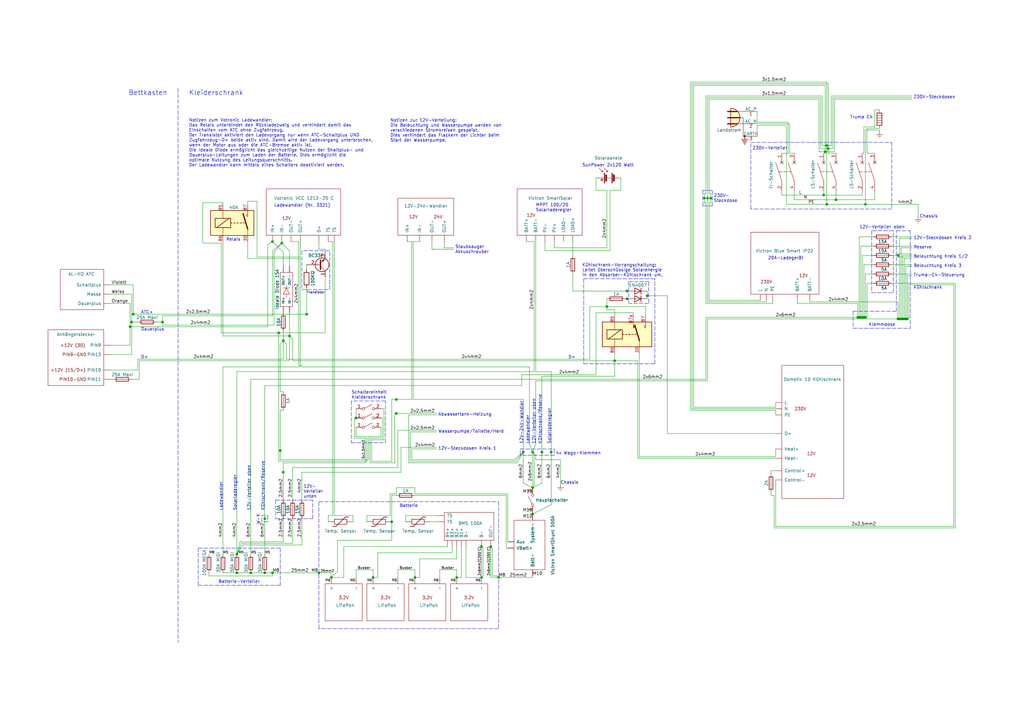
<source format=kicad_sch>
(kicad_sch (version 20211123) (generator eeschema)
  (paper "A3")
  (title_block (title "Autark-Schaltplan") (date "2022-11-25") (comment 1 "Fendt Bianco Activ 390 FHS Autark-Schaltplan"))
  (junction (at 371.475 130.81))
  (junction (at 162.56 163.83))
  (junction (at 125.73 128.905))
  (junction (at 53.975 132.08))
  (junction (at 353.06 130.175))
  (junction (at 369.57 130.81))
  (junction (at 290.195 81.28))
  (junction (at 265.43 121.285))
  (junction (at 160.655 213.995))
  (junction (at 53.34 133.985))
  (junction (at 339.09 59.69))
  (junction (at 370.205 130.81))
  (junction (at 54.61 128.905))
  (junction (at 372.11 130.81))
  (junction (at 352.425 130.175))
  (junction (at 197.485 236.855))
  (junction (at 197.485 224.155))
  (junction (at 108.585 234.95))
  (junction (at 339.09 83.82))
  (junction (at 368.3 104.775))
  (junction (at 204.47 236.855))
  (junction (at 116.205 193.675))
  (junction (at 218.44 185.42))
  (junction (at 153.035 236.855))
  (junction (at 252.095 147.955))
  (junction (at 248.92 125.73))
  (junction (at 97.155 227.33))
  (junction (at 368.935 130.81))
  (junction (at 111.76 234.95))
  (junction (at 222.25 185.42))
  (junction (at 342.9 81.915))
  (junction (at 288.925 81.28))
  (junction (at 337.82 80.01))
  (junction (at 111.76 99.06))
  (junction (at 291.465 81.28))
  (junction (at 130.81 234.95))
  (junction (at 353.695 130.175))
  (junction (at 370.84 130.81))
  (junction (at 218.44 210.82))
  (junction (at 339.725 60.96))
  (junction (at 351.79 130.175))
  (junction (at 338.455 62.23))
  (junction (at 187.325 236.855))
  (junction (at 214.63 185.42))
  (junction (at 97.155 234.95))
  (junction (at 135.89 236.855))
  (junction (at 116.205 139.7))
  (junction (at 66.675 132.08))
  (junction (at 368.3 130.81))
  (junction (at 114.3 136.525))
  (junction (at 354.965 83.82))
  (junction (at 201.295 224.155))
  (junction (at 146.05 171.45))
  (junction (at 257.175 122.555))
  (junction (at 108.585 212.725))
  (junction (at 226.06 185.42))
  (junction (at 170.18 236.855))
  (junction (at 257.175 119.38))
  (junction (at 354.33 130.175))
  (junction (at 218.44 200.025))
  (junction (at 118.745 137.795))
  (junction (at 162.56 169.545))
  (junction (at 354.965 130.175))
  (junction (at 115.57 99.695))
  (junction (at 114.935 184.785))
  (junction (at 102.87 234.95))
  (wire (pts (xy 219.71 152.4) (xy 219.71 99.06)))
  (wire (pts (xy 162.56 200.025) (xy 170.18 200.025)))
  (wire (pts (xy 160.02 211.455) (xy 160.02 202.565)))
  (polyline (pts (xy 288.29 84.455) (xy 292.1 84.455)))
  (wire (pts (xy 219.71 152.4) (xy 226.06 152.4)))
  (wire (pts (xy 222.885 185.42) (xy 222.25 185.42)))
  (wire (pts (xy 284.48 167.005) (xy 318.135 167.005)))
  (wire (pts (xy 353.695 80.01) (xy 353.695 78.105)))
  (wire (pts (xy 340.995 59.69) (xy 339.09 59.69)))
  (wire (pts (xy 318.135 165.1) (xy 318.135 167.005)))
  (polyline (pts (xy 130.81 205.74) (xy 204.47 205.74)))
  (wire (pts (xy 169.545 99.06) (xy 169.545 163.83)))
  (wire (pts (xy 154.94 236.855) (xy 153.035 236.855)))
  (polyline (pts (xy 307.975 85.725) (xy 307.975 58.42)))
  (wire (pts (xy 114.3 189.23) (xy 150.495 189.23)))
  (wire (pts (xy 123.825 193.675) (xy 164.465 193.675)))
  (polyline (pts (xy 213.36 184.15) (xy 227.33 184.15)))
  (wire (pts (xy 218.44 185.42) (xy 218.44 200.025)))
  (wire (pts (xy 353.06 100.965) (xy 353.06 130.175)))
  (wire (pts (xy 226.06 185.42) (xy 226.06 207.01)))
  (wire (pts (xy 355.6 62.865) (xy 358.775 62.865)))
  (wire (pts (xy 116.205 103.505) (xy 116.205 109.22)))
  (wire (pts (xy 358.14 116.205) (xy 355.6 116.205)))
  (wire (pts (xy 197.485 224.155) (xy 197.485 236.855)))
  (wire (pts (xy 372.745 116.84) (xy 391.16 116.84)))
  (wire (pts (xy 372.745 116.84) (xy 372.745 130.81)))
  (wire (pts (xy 53.975 120.65) (xy 53.975 132.08)))
  (wire (pts (xy 256.54 122.555) (xy 257.175 122.555)))
  (wire (pts (xy 101.6 106.045) (xy 123.19 106.045)))
  (wire (pts (xy 226.06 152.4) (xy 226.06 185.42)))
  (wire (pts (xy 368.3 104.775) (xy 368.3 104.14)))
  (wire (pts (xy 372.11 113.03) (xy 374.015 113.03)))
  (wire (pts (xy 355.6 52.705) (xy 355.6 62.865)))
  (wire (pts (xy 135.89 234.95) (xy 135.89 236.855)))
  (wire (pts (xy 288.925 79.375) (xy 288.925 81.28)))
  (wire (pts (xy 365.76 112.395) (xy 374.015 112.395)))
  (wire (pts (xy 177.165 99.06) (xy 177.165 102.235)))
  (wire (pts (xy 234.95 99.06) (xy 234.95 104.775)))
  (wire (pts (xy 146.05 233.68) (xy 153.035 233.68)))
  (wire (pts (xy 145.415 171.45) (xy 145.415 179.705)))
  (wire (pts (xy 353.06 130.175) (xy 353.695 130.175)))
  (wire (pts (xy 56.515 147.32) (xy 116.205 147.32)))
  (wire (pts (xy 340.995 39.37) (xy 340.995 59.69)))
  (wire (pts (xy 252.095 127) (xy 248.92 127)))
  (wire (pts (xy 284.48 34.925) (xy 338.455 34.925)))
  (wire (pts (xy 114.935 168.275) (xy 116.205 168.275)))
  (wire (pts (xy 354.965 53.34) (xy 360.68 53.34)))
  (wire (pts (xy 354.965 130.175) (xy 355.6 130.175)))
  (wire (pts (xy 102.87 234.95) (xy 108.585 234.95)))
  (polyline (pts (xy 239.395 149.225) (xy 268.605 149.225)))
  (wire (pts (xy 354.33 108.585) (xy 354.33 130.175)))
  (polyline (pts (xy 366.395 120.015) (xy 366.395 94.615)))
  (wire (pts (xy 160.655 203.2) (xy 160.655 213.995)))
  (wire (pts (xy 214.63 163.83) (xy 214.63 185.42)))
  (wire (pts (xy 218.44 210.82) (xy 218.44 210.185)))
  (polyline (pts (xy 109.855 213.995) (xy 107.315 213.995)))
  (wire (pts (xy 234.95 112.395) (xy 234.95 119.38)))
  (wire (pts (xy 91.44 99.06) (xy 91.44 137.795)))
  (polyline (pts (xy 158.115 164.465) (xy 144.145 164.465)))
  (wire (pts (xy 217.17 182.245) (xy 218.44 185.42)))
  (wire (pts (xy 149.86 179.705) (xy 149.86 189.865)))
  (wire (pts (xy 372.745 130.81) (xy 372.11 130.81)))
  (wire (pts (xy 156.845 179.705) (xy 151.765 179.705)))
  (polyline (pts (xy 123.825 118.745) (xy 135.255 118.745)))
  (wire (pts (xy 118.745 147.955) (xy 118.745 137.795)))
  (wire (pts (xy 183.515 224.155) (xy 140.97 224.155)))
  (wire (pts (xy 120.015 191.77) (xy 163.195 191.77)))
  (wire (pts (xy 198.12 224.79) (xy 198.12 236.22)))
  (wire (pts (xy 218.44 210.82) (xy 226.06 207.01)))
  (wire (pts (xy 370.205 130.81) (xy 370.84 130.81)))
  (wire (pts (xy 152.4 189.23) (xy 160.655 189.23)))
  (wire (pts (xy 318.135 215.9) (xy 391.16 215.9)))
  (wire (pts (xy 108.585 212.725) (xy 108.585 227.33)))
  (wire (pts (xy 218.44 185.42) (xy 219.71 182.245)))
  (wire (pts (xy 156.21 179.07) (xy 151.13 179.07)))
  (polyline (pts (xy 365.76 58.42) (xy 365.76 85.725)))
  (wire (pts (xy 201.295 236.855) (xy 201.295 224.155)))
  (wire (pts (xy 123.19 105.41) (xy 105.41 105.41)))
  (wire (pts (xy 290.83 79.375) (xy 291.465 79.375)))
  (wire (pts (xy 116.205 147.32) (xy 116.205 139.7)))
  (wire (pts (xy 290.83 123.19) (xy 290.83 83.185)))
  (polyline (pts (xy 227.33 186.69) (xy 213.36 186.69)))
  (wire (pts (xy 322.58 51.435) (xy 322.58 83.82)))
  (wire (pts (xy 185.42 224.155) (xy 185.42 226.695)))
  (wire (pts (xy 262.255 144.78) (xy 262.255 187.325)))
  (wire (pts (xy 322.58 51.435) (xy 310.515 51.435)))
  (wire (pts (xy 156.21 171.45) (xy 156.845 171.45)))
  (wire (pts (xy 391.16 116.84) (xy 391.16 215.9)))
  (wire (pts (xy 369.57 130.81) (xy 370.205 130.81)))
  (wire (pts (xy 54.61 128.905) (xy 125.73 128.905)))
  (polyline (pts (xy 81.28 240.03) (xy 114.935 240.03)))
  (wire (pts (xy 162.56 169.545) (xy 179.07 169.545)))
  (wire (pts (xy 116.205 189.865) (xy 149.86 189.865)))
  (polyline (pts (xy 107.315 213.995) (xy 107.315 211.455)))
  (wire (pts (xy 66.675 133.35) (xy 112.395 133.35)))
  (wire (pts (xy 219.075 99.06) (xy 219.075 152.4)))
  (wire (pts (xy 317.5 203.2) (xy 316.23 203.2)))
  (wire (pts (xy 374.015 106.045) (xy 370.84 106.045)))
  (wire (pts (xy 316.23 203.2) (xy 316.23 201.93)))
  (wire (pts (xy 241.935 125.73) (xy 248.92 125.73)))
  (wire (pts (xy 368.3 104.775) (xy 368.3 105.41)))
  (wire (pts (xy 351.79 124.46) (xy 351.79 130.175)))
  (wire (pts (xy 91.44 150.495) (xy 123.19 150.495)))
  (wire (pts (xy 153.035 233.68) (xy 153.035 236.855)))
  (wire (pts (xy 341.63 40.005) (xy 341.63 60.96)))
  (wire (pts (xy 45.085 145.415) (xy 53.975 145.415)))
  (wire (pts (xy 358.775 81.915) (xy 358.775 78.105)))
  (wire (pts (xy 169.545 163.83) (xy 214.63 163.83)))
  (wire (pts (xy 163.195 176.53) (xy 179.07 176.53)))
  (wire (pts (xy 217.17 150.495) (xy 217.17 182.245)))
  (wire (pts (xy 172.085 236.855) (xy 170.18 236.855)))
  (wire (pts (xy 146.05 171.45) (xy 145.415 171.45)))
  (wire (pts (xy 179.705 213.995) (xy 176.53 213.995)))
  (wire (pts (xy 160.655 189.23) (xy 160.655 163.83)))
  (wire (pts (xy 338.455 62.23) (xy 338.455 62.865)))
  (wire (pts (xy 57.15 147.955) (xy 118.745 147.955)))
  (wire (pts (xy 115.57 193.675) (xy 116.205 193.675)))
  (wire (pts (xy 187.325 224.155) (xy 187.325 229.235)))
  (wire (pts (xy 120.015 139.065) (xy 120.015 147.955)))
  (wire (pts (xy 219.075 198.755) (xy 219.075 186.69)))
  (polyline (pts (xy 73.025 36.195) (xy 73.025 263.525)))
  (wire (pts (xy 156.21 175.26) (xy 156.21 179.07)))
  (wire (pts (xy 391.795 116.205) (xy 391.795 216.535)))
  (polyline (pts (xy 204.47 205.74) (xy 204.47 257.81)))
  (wire (pts (xy 342.9 78.105) (xy 342.9 81.915)))
  (wire (pts (xy 323.215 62.865) (xy 320.675 62.865)))
  (wire (pts (xy 90.805 99.695) (xy 90.805 136.525)))
  (wire (pts (xy 163.195 236.855) (xy 163.195 233.68)))
  (wire (pts (xy 119.38 99.06) (xy 122.555 99.06)))
  (wire (pts (xy 248.92 78.105) (xy 244.475 78.105)))
  (wire (pts (xy 118.745 137.795) (xy 120.015 139.065)))
  (wire (pts (xy 150.495 211.455) (xy 160.02 211.455)))
  (wire (pts (xy 244.475 153.67) (xy 213.995 153.67)))
  (wire (pts (xy 164.465 183.515) (xy 179.07 183.515)))
  (wire (pts (xy 99.695 223.52) (xy 97.155 227.33)))
  (wire (pts (xy 219.71 156.21) (xy 219.71 182.245)))
  (wire (pts (xy 97.155 227.33) (xy 97.155 152.4)))
  (wire (pts (xy 355.6 116.205) (xy 355.6 130.175)))
  (wire (pts (xy 283.21 168.275) (xy 283.21 33.655)))
  (wire (pts (xy 189.23 224.155) (xy 189.23 236.855)))
  (wire (pts (xy 162.56 163.83) (xy 168.91 163.83)))
  (wire (pts (xy 244.475 128.27) (xy 244.475 153.67)))
  (wire (pts (xy 354.33 62.865) (xy 353.695 62.865)))
  (wire (pts (xy 170.18 202.565) (xy 208.28 202.565)))
  (wire (pts (xy 218.44 200.025) (xy 219.075 198.755)))
  (wire (pts (xy 170.18 233.68) (xy 170.18 236.855)))
  (wire (pts (xy 185.42 226.695) (xy 154.94 226.695)))
  (wire (pts (xy 248.92 125.73) (xy 264.795 125.73)))
  (wire (pts (xy 114.935 160.655) (xy 114.935 140.97)))
  (wire (pts (xy 66.675 133.35) (xy 66.675 132.08)))
  (wire (pts (xy 288.925 81.28) (xy 288.29 81.28)))
  (wire (pts (xy 241.935 147.32) (xy 241.935 125.73)))
  (wire (pts (xy 289.56 39.37) (xy 289.56 79.375)))
  (wire (pts (xy 288.925 81.28) (xy 288.925 83.185)))
  (wire (pts (xy 146.05 236.855) (xy 146.05 233.68)))
  (wire (pts (xy 151.765 189.865) (xy 161.925 189.865)))
  (wire (pts (xy 99.695 223.52) (xy 123.825 223.52)))
  (wire (pts (xy 338.455 34.925) (xy 338.455 62.23)))
  (wire (pts (xy 130.81 102.235) (xy 133.35 102.235)))
  (wire (pts (xy 290.83 83.185) (xy 291.465 83.185)))
  (polyline (pts (xy 373.38 94.615) (xy 373.38 134.62)))
  (wire (pts (xy 339.725 60.96) (xy 339.725 62.865)))
  (wire (pts (xy 283.845 167.64) (xy 283.845 34.29)))
  (wire (pts (xy 85.725 234.95) (xy 85.725 236.22)))
  (wire (pts (xy 289.56 39.37) (xy 337.185 39.37)))
  (polyline (pts (xy 128.27 212.725) (xy 128.27 205.105)))
  (wire (pts (xy 342.265 62.23) (xy 338.455 62.23)))
  (wire (pts (xy 191.135 224.155) (xy 191.135 236.855)))
  (wire (pts (xy 116.205 212.725) (xy 116.205 222.25)))
  (wire (pts (xy 289.56 79.375) (xy 288.925 79.375)))
  (wire (pts (xy 91.44 234.95) (xy 97.155 234.95)))
  (wire (pts (xy 169.545 99.06) (xy 172.085 99.06)))
  (polyline (pts (xy 135.255 102.87) (xy 123.825 102.87)))
  (wire (pts (xy 170.18 200.025) (xy 170.18 202.565)))
  (wire (pts (xy 219.075 186.69) (xy 218.44 185.42)))
  (wire (pts (xy 368.935 97.79) (xy 368.935 130.81)))
  (wire (pts (xy 125.73 128.905) (xy 125.73 118.11)))
  (wire (pts (xy 114.935 184.785) (xy 114.935 168.275)))
  (wire (pts (xy 323.85 50.8) (xy 310.515 50.8)))
  (wire (pts (xy 372.11 130.81) (xy 372.11 113.03)))
  (wire (pts (xy 290.195 123.825) (xy 314.325 123.825)))
  (wire (pts (xy 45.085 141.605) (xy 53.34 141.605)))
  (wire (pts (xy 273.685 121.285) (xy 273.685 177.8)))
  (wire (pts (xy 146.05 171.45) (xy 146.05 167.64)))
  (wire (pts (xy 250.19 78.105) (xy 250.19 102.87)))
  (wire (pts (xy 56.515 147.32) (xy 56.515 151.765)))
  (wire (pts (xy 283.21 33.655) (xy 339.09 33.655)))
  (polyline (pts (xy 349.885 134.62) (xy 373.38 134.62)))
  (wire (pts (xy 56.515 151.765) (xy 45.085 151.765)))
  (wire (pts (xy 123.825 149.86) (xy 123.825 150.495)))
  (wire (pts (xy 125.73 110.49) (xy 125.73 108.585)))
  (wire (pts (xy 162.56 169.545) (xy 162.56 170.18)))
  (wire (pts (xy 252.095 129.54) (xy 252.095 127)))
  (wire (pts (xy 316.23 194.31) (xy 316.23 193.04)))
  (wire (pts (xy 187.325 233.68) (xy 187.325 236.855)))
  (wire (pts (xy 114.935 184.785) (xy 115.57 184.785)))
  (wire (pts (xy 208.28 224.79) (xy 207.645 224.79)))
  (wire (pts (xy 118.745 102.87) (xy 115.57 99.695)))
  (wire (pts (xy 166.37 211.455) (xy 179.705 211.455)))
  (wire (pts (xy 130.81 234.95) (xy 135.89 234.95)))
  (wire (pts (xy 254.635 78.105) (xy 254.635 73.025)))
  (polyline (pts (xy 227.33 184.15) (xy 227.33 186.69)))
  (wire (pts (xy 114.935 140.97) (xy 116.205 139.7)))
  (wire (pts (xy 322.58 83.82) (xy 339.09 83.82)))
  (wire (pts (xy 168.91 184.15) (xy 168.91 188.595)))
  (wire (pts (xy 374.015 40.005) (xy 341.63 40.005)))
  (wire (pts (xy 252.095 147.955) (xy 261.62 147.955)))
  (wire (pts (xy 114.935 188.595) (xy 114.935 184.785)))
  (polyline (pts (xy 366.395 94.615) (xy 357.505 94.615)))
  (wire (pts (xy 123.19 106.045) (xy 123.19 150.495)))
  (wire (pts (xy 351.79 130.175) (xy 352.425 130.175)))
  (wire (pts (xy 283.845 167.64) (xy 318.135 167.64)))
  (polyline (pts (xy 349.885 127.635) (xy 367.665 127.635)))
  (wire (pts (xy 108.585 158.115) (xy 213.995 158.115)))
  (wire (pts (xy 157.48 180.34) (xy 152.4 180.34)))
  (wire (pts (xy 177.165 102.235) (xy 186.055 102.235)))
  (wire (pts (xy 111.76 99.06) (xy 109.855 100.33)))
  (wire (pts (xy 152.4 180.34) (xy 152.4 189.23)))
  (polyline (pts (xy 113.03 205.105) (xy 128.27 205.105)))
  (wire (pts (xy 338.455 62.865) (xy 337.82 62.865)))
  (wire (pts (xy 198.12 236.22) (xy 197.485 236.855)))
  (wire (pts (xy 291.465 81.28) (xy 291.465 83.185)))
  (wire (pts (xy 222.25 154.305) (xy 222.25 185.42)))
  (wire (pts (xy 248.92 122.555) (xy 248.92 125.73)))
  (wire (pts (xy 354.965 53.34) (xy 354.965 83.82)))
  (wire (pts (xy 327.025 123.19) (xy 327.025 124.46)))
  (polyline (pts (xy 367.665 94.615) (xy 373.38 94.615)))
  (wire (pts (xy 332.105 123.825) (xy 368.3 123.825)))
  (wire (pts (xy 335.915 40.64) (xy 335.915 62.23)))
  (wire (pts (xy 337.185 39.37) (xy 337.185 59.69)))
  (wire (pts (xy 227.33 101.6) (xy 227.33 99.06)))
  (wire (pts (xy 314.325 123.825) (xy 314.325 123.19)))
  (wire (pts (xy 261.62 187.96) (xy 261.62 147.955)))
  (wire (pts (xy 265.43 121.285) (xy 265.43 122.555)))
  (wire (pts (xy 116.205 135.89) (xy 116.205 139.7)))
  (wire (pts (xy 353.695 130.175) (xy 354.33 130.175)))
  (wire (pts (xy 150.495 179.07) (xy 146.05 179.07)))
  (wire (pts (xy 114.3 136.525) (xy 114.3 189.23)))
  (wire (pts (xy 336.55 60.96) (xy 339.725 60.96)))
  (wire (pts (xy 91.44 83.185) (xy 91.44 83.82)))
  (wire (pts (xy 317.5 216.535) (xy 391.795 216.535)))
  (wire (pts (xy 45.085 124.46) (xy 53.34 124.46)))
  (wire (pts (xy 211.455 189.23) (xy 214.63 185.42)))
  (wire (pts (xy 150.495 189.23) (xy 150.495 179.07)))
  (wire (pts (xy 137.16 99.06) (xy 137.16 211.455)))
  (wire (pts (xy 214.63 198.12) (xy 218.44 200.025)))
  (wire (pts (xy 318.135 196.85) (xy 318.135 215.9)))
  (wire (pts (xy 85.725 236.22) (xy 111.76 236.22)))
  (polyline (pts (xy 292.1 84.455) (xy 292.1 78.105)))
  (wire (pts (xy 102.87 227.33) (xy 102.87 155.575)))
  (wire (pts (xy 244.475 78.105) (xy 244.475 73.025)))
  (wire (pts (xy 370.84 130.81) (xy 371.475 130.81)))
  (wire (pts (xy 316.865 123.19) (xy 316.865 124.46)))
  (wire (pts (xy 105.41 82.55) (xy 105.41 105.41)))
  (wire (pts (xy 316.23 193.04) (xy 318.135 193.04)))
  (wire (pts (xy 370.205 104.775) (xy 374.015 104.775)))
  (wire (pts (xy 116.205 139.7) (xy 117.475 140.97)))
  (wire (pts (xy 339.09 33.655) (xy 339.09 59.69)))
  (polyline (pts (xy 292.1 78.105) (xy 288.29 78.105)))
  (wire (pts (xy 371.475 130.81) (xy 372.11 130.81)))
  (wire (pts (xy 248.92 78.105) (xy 248.92 101.6)))
  (wire (pts (xy 140.97 224.155) (xy 140.97 236.855)))
  (wire (pts (xy 133.35 102.235) (xy 133.35 103.505)))
  (wire (pts (xy 214.63 198.12) (xy 214.63 185.42)))
  (wire (pts (xy 156.21 167.64) (xy 157.48 167.64)))
  (wire (pts (xy 161.925 189.865) (xy 161.925 169.545)))
  (wire (pts (xy 354.965 83.82) (xy 376.555 83.82)))
  (wire (pts (xy 167.64 170.18) (xy 179.07 170.18)))
  (wire (pts (xy 327.025 124.46) (xy 351.79 124.46)))
  (wire (pts (xy 111.76 102.87) (xy 115.57 99.695)))
  (wire (pts (xy 339.09 83.82) (xy 354.965 83.82)))
  (wire (pts (xy 168.91 99.06) (xy 167.005 99.06)))
  (wire (pts (xy 204.47 236.855) (xy 218.44 236.855)))
  (wire (pts (xy 97.155 234.95) (xy 102.87 234.95)))
  (wire (pts (xy 122.555 149.86) (xy 123.825 149.86)))
  (wire (pts (xy 108.585 158.115) (xy 108.585 212.725)))
  (wire (pts (xy 244.475 128.27) (xy 259.715 128.27)))
  (wire (pts (xy 273.685 177.8) (xy 318.135 177.8)))
  (wire (pts (xy 290.195 156.21) (xy 290.195 130.81)))
  (wire (pts (xy 114.3 136.525) (xy 133.35 136.525)))
  (wire (pts (xy 354.33 130.175) (xy 354.965 130.175)))
  (wire (pts (xy 118.745 128.27) (xy 118.745 137.795)))
  (wire (pts (xy 163.195 233.68) (xy 170.18 233.68)))
  (wire (pts (xy 160.02 202.565) (xy 162.56 202.565)))
  (wire (pts (xy 325.755 78.105) (xy 325.755 81.915)))
  (wire (pts (xy 215.9 99.06) (xy 219.075 99.06)))
  (wire (pts (xy 374.015 97.79) (xy 368.935 97.79)))
  (wire (pts (xy 162.56 200.025) (xy 162.56 202.565)))
  (wire (pts (xy 337.82 80.01) (xy 337.82 78.105)))
  (wire (pts (xy 170.18 203.2) (xy 207.645 203.2)))
  (wire (pts (xy 265.43 121.285) (xy 273.685 121.285)))
  (wire (pts (xy 310.515 51.435) (xy 310.515 55.88)))
  (wire (pts (xy 189.23 236.855) (xy 187.325 236.855)))
  (wire (pts (xy 341.63 60.96) (xy 339.725 60.96)))
  (wire (pts (xy 291.465 81.28) (xy 290.83 81.28)))
  (wire (pts (xy 115.57 99.06) (xy 115.57 99.695)))
  (wire (pts (xy 64.135 132.08) (xy 66.675 132.08)))
  (wire (pts (xy 122.555 99.06) (xy 122.555 149.86)))
  (wire (pts (xy 376.555 83.82) (xy 376.555 88.9)))
  (wire (pts (xy 290.83 123.19) (xy 311.785 123.19)))
  (wire (pts (xy 111.76 129.54) (xy 111.76 102.87)))
  (wire (pts (xy 125.73 128.905) (xy 126.365 128.905)))
  (wire (pts (xy 123.825 212.725) (xy 123.825 223.52)))
  (wire (pts (xy 101.6 99.06) (xy 101.6 106.045)))
  (wire (pts (xy 213.995 153.67) (xy 213.995 158.115)))
  (wire (pts (xy 214.63 185.42) (xy 212.09 189.865)))
  (wire (pts (xy 360.68 45.085) (xy 358.775 45.085)))
  (wire (pts (xy 290.195 130.81) (xy 368.3 130.81)))
  (wire (pts (xy 134.62 99.06) (xy 136.525 99.06)))
  (wire (pts (xy 218.44 185.42) (xy 219.71 186.69)))
  (wire (pts (xy 130.81 102.235) (xy 130.81 99.06)))
  (wire (pts (xy 352.425 130.175) (xy 353.06 130.175)))
  (wire (pts (xy 136.525 211.455) (xy 134.62 211.455)))
  (polyline (pts (xy 213.36 186.69) (xy 213.36 184.15)))
  (wire (pts (xy 53.975 155.575) (xy 57.15 155.575)))
  (wire (pts (xy 365.76 100.965) (xy 374.015 100.965)))
  (wire (pts (xy 226.06 185.42) (xy 226.695 185.42)))
  (wire (pts (xy 120.015 147.955) (xy 252.095 147.955)))
  (wire (pts (xy 109.855 100.33) (xy 109.855 133.985)))
  (wire (pts (xy 358.775 45.085) (xy 358.775 52.07)))
  (polyline (pts (xy 109.855 211.455) (xy 109.855 213.995)))
  (wire (pts (xy 108.585 234.95) (xy 111.76 234.95)))
  (wire (pts (xy 358.14 104.775) (xy 353.695 104.775)))
  (wire (pts (xy 123.825 193.675) (xy 123.825 205.105)))
  (wire (pts (xy 144.78 211.455) (xy 137.16 211.455)))
  (wire (pts (xy 337.185 59.69) (xy 339.09 59.69)))
  (polyline (pts (xy 268.605 149.225) (xy 268.605 114.3)))
  (wire (pts (xy 98.425 222.25) (xy 116.205 222.25)))
  (wire (pts (xy 145.415 179.705) (xy 149.86 179.705)))
  (wire (pts (xy 290.83 40.64) (xy 290.83 79.375)))
  (wire (pts (xy 160.655 203.2) (xy 162.56 203.2)))
  (polyline (pts (xy 365.76 85.725) (xy 307.975 85.725)))
  (wire (pts (xy 144.78 213.995) (xy 144.78 211.455)))
  (wire (pts (xy 261.62 187.96) (xy 318.135 187.96)))
  (wire (pts (xy 168.91 188.595) (xy 210.82 188.595)))
  (wire (pts (xy 99.06 222.885) (xy 97.155 227.33)))
  (wire (pts (xy 370.205 130.81) (xy 370.205 104.775)))
  (wire (pts (xy 207.645 203.2) (xy 207.645 224.79)))
  (wire (pts (xy 352.425 97.155) (xy 352.425 130.175)))
  (wire (pts (xy 112.395 103.505) (xy 112.395 133.35)))
  (wire (pts (xy 191.135 236.855) (xy 197.485 236.855)))
  (wire (pts (xy 201.93 236.22) (xy 203.835 236.22)))
  (wire (pts (xy 66.675 129.54) (xy 111.76 129.54)))
  (wire (pts (xy 117.475 147.32) (xy 241.935 147.32)))
  (wire (pts (xy 332.105 123.19) (xy 332.105 123.825)))
  (wire (pts (xy 318.135 170.18) (xy 318.135 168.275)))
  (wire (pts (xy 252.095 154.305) (xy 252.095 147.955)))
  (wire (pts (xy 320.675 80.01) (xy 337.82 80.01)))
  (wire (pts (xy 290.195 81.28) (xy 290.195 123.825)))
  (polyline (pts (xy 144.145 164.465) (xy 144.145 181.61)))
  (wire (pts (xy 154.94 226.695) (xy 154.94 236.855)))
  (wire (pts (xy 167.64 189.865) (xy 212.09 189.865)))
  (polyline (pts (xy 239.395 114.3) (xy 239.395 149.225)))
  (wire (pts (xy 53.975 132.08) (xy 53.975 145.415)))
  (wire (pts (xy 97.155 152.4) (xy 219.075 152.4)))
  (wire (pts (xy 369.57 130.81) (xy 369.57 101.6)))
  (wire (pts (xy 197.485 224.155) (xy 198.12 224.79)))
  (wire (pts (xy 368.3 130.81) (xy 368.935 130.81)))
  (polyline (pts (xy 367.665 127.635) (xy 367.665 94.615)))
  (polyline (pts (xy 288.29 78.105) (xy 288.29 84.455)))
  (wire (pts (xy 168.275 177.165) (xy 179.07 177.165)))
  (wire (pts (xy 55.245 128.27) (xy 54.61 128.905)))
  (wire (pts (xy 262.255 187.325) (xy 318.135 187.325)))
  (wire (pts (xy 136.525 99.06) (xy 136.525 211.455)))
  (polyline (pts (xy 239.395 114.3) (xy 268.605 114.3)))
  (wire (pts (xy 130.81 234.95) (xy 130.81 234.315)))
  (wire (pts (xy 310.515 45.72) (xy 310.515 50.165)))
  (wire (pts (xy 138.43 221.615) (xy 138.43 234.315)))
  (wire (pts (xy 53.34 133.985) (xy 109.855 133.985)))
  (wire (pts (xy 360.68 53.34) (xy 360.68 53.975)))
  (wire (pts (xy 374.015 39.37) (xy 340.995 39.37)))
  (wire (pts (xy 222.25 198.12) (xy 218.44 200.025)))
  (wire (pts (xy 115.57 99.695) (xy 112.395 103.505)))
  (wire (pts (xy 138.43 221.615) (xy 160.655 221.615)))
  (wire (pts (xy 323.215 62.865) (xy 323.215 50.165)))
  (wire (pts (xy 265.43 119.38) (xy 265.43 121.285)))
  (wire (pts (xy 290.195 40.005) (xy 336.55 40.005)))
  (wire (pts (xy 123.19 99.06) (xy 123.19 105.41)))
  (polyline (pts (xy 123.825 102.87) (xy 123.825 118.745)))
  (polyline (pts (xy 349.885 127.635) (xy 349.885 134.62)))
  (wire (pts (xy 222.25 154.305) (xy 252.095 154.305)))
  (wire (pts (xy 223.52 102.87) (xy 223.52 99.06)))
  (wire (pts (xy 323.215 50.165) (xy 310.515 50.165)))
  (wire (pts (xy 150.495 213.995) (xy 150.495 211.455)))
  (wire (pts (xy 102.87 155.575) (xy 289.56 155.575)))
  (polyline (pts (xy 257.81 115.57) (xy 257.81 124.46)))
  (wire (pts (xy 45.085 120.65) (xy 53.975 120.65)))
  (wire (pts (xy 318.135 187.325) (xy 318.135 184.15)))
  (wire (pts (xy 201.295 236.855) (xy 204.47 236.855)))
  (wire (pts (xy 250.19 102.87) (xy 223.52 102.87)))
  (wire (pts (xy 358.775 52.07) (xy 354.33 52.07)))
  (wire (pts (xy 289.56 83.185) (xy 289.56 124.46)))
  (wire (pts (xy 257.175 121.92) (xy 257.175 122.555)))
  (wire (pts (xy 57.15 147.955) (xy 57.15 155.575)))
  (wire (pts (xy 98.425 222.25) (xy 97.155 227.33)))
  (wire (pts (xy 252.095 144.78) (xy 252.095 147.955)))
  (wire (pts (xy 320.675 78.105) (xy 320.675 80.01)))
  (wire (pts (xy 187.325 229.235) (xy 172.085 229.235)))
  (wire (pts (xy 182.245 99.06) (xy 182.245 101.6)))
  (wire (pts (xy 264.795 125.73) (xy 264.795 129.54)))
  (wire (pts (xy 219.71 188.595) (xy 219.71 186.69)))
  (wire (pts (xy 201.295 224.155) (xy 201.93 224.79)))
  (wire (pts (xy 180.34 233.68) (xy 187.325 233.68)))
  (wire (pts (xy 339.725 62.865) (xy 342.9 62.865)))
  (wire (pts (xy 374.015 40.64) (xy 342.265 40.64)))
  (wire (pts (xy 166.37 211.455) (xy 166.37 213.995)))
  (polyline (pts (xy 81.28 224.79) (xy 114.935 224.79)))
  (wire (pts (xy 210.82 188.595) (xy 214.63 185.42)))
  (polyline (pts (xy 357.505 94.615) (xy 357.505 120.015)))
  (wire (pts (xy 168.91 99.06) (xy 168.91 163.83)))
  (wire (pts (xy 168.275 189.23) (xy 211.455 189.23)))
  (wire (pts (xy 101.6 82.55) (xy 105.41 82.55)))
  (wire (pts (xy 91.44 227.33) (xy 91.44 150.495)))
  (wire (pts (xy 374.015 109.22) (xy 371.475 109.22)))
  (polyline (pts (xy 130.81 257.81) (xy 130.81 205.74)))
  (wire (pts (xy 116.205 193.675) (xy 116.205 205.105)))
  (wire (pts (xy 163.195 191.77) (xy 163.195 176.53)))
  (wire (pts (xy 371.475 109.22) (xy 371.475 130.81)))
  (wire (pts (xy 342.265 40.64) (xy 342.265 62.23)))
  (wire (pts (xy 283.845 34.29) (xy 339.725 34.29)))
  (wire (pts (xy 90.805 136.525) (xy 114.3 136.525)))
  (wire (pts (xy 289.56 124.46) (xy 316.865 124.46)))
  (wire (pts (xy 290.195 81.28) (xy 289.56 81.28)))
  (wire (pts (xy 339.725 34.29) (xy 339.725 60.96)))
  (wire (pts (xy 290.83 40.64) (xy 335.915 40.64)))
  (wire (pts (xy 317.5 203.2) (xy 317.5 216.535)))
  (wire (pts (xy 116.205 189.865) (xy 116.205 193.675)))
  (wire (pts (xy 368.3 123.825) (xy 368.3 130.81)))
  (wire (pts (xy 208.28 202.565) (xy 208.28 222.25)))
  (wire (pts (xy 250.19 78.105) (xy 254.635 78.105)))
  (wire (pts (xy 123.825 150.495) (xy 217.17 150.495)))
  (wire (pts (xy 53.34 133.985) (xy 53.34 141.605)))
  (wire (pts (xy 180.34 236.855) (xy 180.34 233.68)))
  (polyline (pts (xy 158.115 181.61) (xy 158.115 164.465)))
  (polyline (pts (xy 266.065 115.57) (xy 266.065 124.46)))
  (wire (pts (xy 201.93 224.79) (xy 201.93 236.22)))
  (wire (pts (xy 291.465 79.375) (xy 291.465 81.28)))
  (wire (pts (xy 219.71 188.595) (xy 229.87 188.595)))
  (wire (pts (xy 140.97 236.855) (xy 135.89 236.855)))
  (wire (pts (xy 133.35 113.665) (xy 133.35 136.525)))
  (wire (pts (xy 358.14 100.965) (xy 353.06 100.965)))
  (wire (pts (xy 355.6 52.705) (xy 360.68 52.705)))
  (wire (pts (xy 368.3 105.41) (xy 374.015 105.41)))
  (wire (pts (xy 337.82 80.01) (xy 353.695 80.01)))
  (wire (pts (xy 248.92 125.73) (xy 248.92 127)))
  (wire (pts (xy 257.175 119.38) (xy 257.81 119.38)))
  (wire (pts (xy 318.135 168.275) (xy 283.21 168.275)))
  (wire (pts (xy 182.245 101.6) (xy 186.055 101.6)))
  (wire (pts (xy 99.06 222.885) (xy 120.015 222.885)))
  (polyline (pts (xy 81.28 240.03) (xy 81.28 224.79)))
  (wire (pts (xy 289.56 155.575) (xy 289.56 130.175)))
  (wire (pts (xy 289.56 130.175) (xy 351.79 130.175)))
  (wire (pts (xy 91.44 137.795) (xy 118.745 137.795)))
  (wire (pts (xy 111.76 234.95) (xy 130.81 234.95)))
  (wire (pts (xy 257.175 118.745) (xy 257.175 119.38)))
  (polyline (pts (xy 113.03 205.105) (xy 113.03 212.725)))
  (wire (pts (xy 160.655 221.615) (xy 160.655 213.995)))
  (wire (pts (xy 53.975 132.08) (xy 56.515 132.08)))
  (wire (pts (xy 353.695 104.775) (xy 353.695 130.175)))
  (wire (pts (xy 120.015 191.77) (xy 120.015 205.105)))
  (wire (pts (xy 354.965 112.395) (xy 354.965 130.175)))
  (polyline (pts (xy 307.975 58.42) (xy 365.76 58.42)))
  (wire (pts (xy 335.915 62.23) (xy 338.455 62.23)))
  (wire (pts (xy 118.745 102.87) (xy 118.745 109.22)))
  (wire (pts (xy 66.675 132.08) (xy 66.675 129.54)))
  (wire (pts (xy 365.76 97.155) (xy 374.015 97.155)))
  (wire (pts (xy 203.835 236.22) (xy 204.47 236.855)))
  (polyline (pts (xy 357.505 120.015) (xy 366.395 120.015)))
  (wire (pts (xy 369.57 101.6) (xy 374.015 101.6)))
  (wire (pts (xy 151.13 179.07) (xy 151.13 188.595)))
  (wire (pts (xy 164.465 183.515) (xy 164.465 193.675)))
  (polyline (pts (xy 204.47 257.81) (xy 130.81 257.81)))
  (wire (pts (xy 91.44 83.185) (xy 83.185 83.185)))
  (wire (pts (xy 368.3 104.14) (xy 374.015 104.14)))
  (wire (pts (xy 161.925 169.545) (xy 162.56 169.545)))
  (wire (pts (xy 368.935 130.81) (xy 369.57 130.81)))
  (wire (pts (xy 289.56 83.185) (xy 288.925 83.185)))
  (wire (pts (xy 365.76 116.205) (xy 391.795 116.205)))
  (wire (pts (xy 101.6 82.55) (xy 101.6 83.82)))
  (wire (pts (xy 259.715 128.27) (xy 259.715 129.54)))
  (wire (pts (xy 323.85 62.865) (xy 325.755 62.865)))
  (wire (pts (xy 108.585 212.725) (xy 109.22 212.725)))
  (polyline (pts (xy 114.935 224.79) (xy 114.935 240.03)))
  (wire (pts (xy 336.55 40.005) (xy 336.55 60.96)))
  (wire (pts (xy 229.87 188.595) (xy 229.87 198.755)))
  (wire (pts (xy 138.43 234.315) (xy 135.89 236.855)))
  (wire (pts (xy 83.185 83.185) (xy 83.185 99.695)))
  (wire (pts (xy 365.76 104.775) (xy 368.3 104.775)))
  (wire (pts (xy 248.92 101.6) (xy 227.33 101.6)))
  (wire (pts (xy 172.085 229.235) (xy 172.085 236.855)))
  (wire (pts (xy 160.655 163.83) (xy 162.56 163.83)))
  (wire (pts (xy 45.085 116.84) (xy 54.61 116.84)))
  (wire (pts (xy 151.13 188.595) (xy 114.935 188.595)))
  (wire (pts (xy 234.95 119.38) (xy 257.175 119.38)))
  (wire (pts (xy 111.76 234.95) (xy 111.76 236.22)))
  (wire (pts (xy 162.56 163.83) (xy 162.56 164.465)))
  (wire (pts (xy 290.195 40.005) (xy 290.195 81.28)))
  (wire (pts (xy 342.9 81.915) (xy 358.775 81.915)))
  (wire (pts (xy 168.275 177.165) (xy 168.275 189.23)))
  (wire (pts (xy 358.14 108.585) (xy 354.33 108.585)))
  (wire (pts (xy 339.09 83.82) (xy 339.09 59.69)))
  (wire (pts (xy 117.475 140.97) (xy 117.475 147.32)))
  (wire (pts (xy 219.71 156.21) (xy 290.195 156.21)))
  (wire (pts (xy 167.64 170.18) (xy 167.64 189.865)))
  (wire (pts (xy 218.44 236.855) (xy 218.44 236.22)))
  (wire (pts (xy 53.34 124.46) (xy 53.34 133.985)))
  (polyline (pts (xy 144.145 181.61) (xy 158.115 181.61)))
  (wire (pts (xy 156.845 171.45) (xy 156.845 179.705)))
  (wire (pts (xy 157.48 167.64) (xy 157.48 180.34)))
  (wire (pts (xy 365.76 108.585) (xy 374.015 108.585)))
  (polyline (pts (xy 113.03 212.725) (xy 128.27 212.725)))
  (wire (pts (xy 358.14 97.155) (xy 352.425 97.155)))
  (wire (pts (xy 323.85 50.8) (xy 323.85 62.865)))
  (polyline (pts (xy 257.81 115.57) (xy 266.065 115.57)))
  (wire (pts (xy 358.14 112.395) (xy 354.965 112.395)))
  (wire (pts (xy 116.205 160.655) (xy 114.935 160.655)))
  (wire (pts (xy 54.61 116.84) (xy 54.61 128.905)))
  (wire (pts (xy 151.765 179.705) (xy 151.765 189.865)))
  (wire (pts (xy 370.84 106.045) (xy 370.84 130.81)))
  (wire (pts (xy 83.185 99.695) (xy 90.805 99.695)))
  (wire (pts (xy 222.25 185.42) (xy 222.25 198.12)))
  (wire (pts (xy 284.48 167.005) (xy 284.48 34.925)))
  (polyline (pts (xy 266.065 124.46) (xy 257.81 124.46)))
  (wire (pts (xy 354.33 52.07) (xy 354.33 62.865)))
  (wire (pts (xy 325.755 81.915) (xy 342.9 81.915)))
  (wire (pts (xy 116.205 103.505) (xy 111.76 99.06)))
  (polyline (pts (xy 135.255 118.745) (xy 135.255 102.87)))
  (polyline (pts (xy 107.315 211.455) (xy 109.855 211.455)))
  (wire (pts (xy 45.085 155.575) (xy 46.355 155.575)))
  (wire (pts (xy 120.015 212.725) (xy 120.015 222.885)))
  (wire (pts (xy 257.175 122.555) (xy 257.81 122.555)))
  (wire (pts (xy 134.62 211.455) (xy 134.62 213.995)))
  (wire (pts (xy 179.07 184.15) (xy 168.91 184.15)))
  (wire (pts (xy 146.05 179.07) (xy 146.05 175.26)))
  (text "W-K" (at 106.68 215.265 90) (effects (font (size 1.27 1.27)) (justify left bottom)))
  (text "Kühlschrank" (at 374.65 118.745 0) (effects (font (size 1.27 1.27)) (justify left bottom)))
  (text "Ladewandler (Nr. 3321)" (at 112.395 85.09 0) (effects (font (size 1.27 1.27)) (justify left bottom)))
  (text "Chassis" (at 377.19 89.535 0) (effects (font (size 1.27 1.27)) (justify left bottom)))
  (text "Staubsauger\nAkkuschrauber" (at 186.69 104.14 0) (effects (font (size 1.27 1.27)) (justify left bottom)))
  (text "Klemmdose" (at 356.235 133.985 0) (effects (font (size 1.27 1.27)) (justify left bottom)))
  (text "SunPower 2x120 Watt" (at 238.76 68.58 0) (effects (font (size 1.27 1.27)) (justify left bottom)))
  (text "230V-Steckdosen" (at 374.65 40.64 0) (effects (font (size 1.27 1.27)) (justify left bottom)))
  (text "Wasserpumpe/Toilette/Herd" (at 179.705 177.8 0) (effects (font (size 1.27 1.27)) (justify left bottom)))
  (text "Reserve" (at 374.65 102.235 0) (effects (font (size 1.27 1.27)) (justify left bottom)))
  (text "Truma C4" (at 348.615 48.895 0) (effects (font (size 1.27 1.27)) (justify left bottom)))
  (text "Chassis" (at 229.87 198.755 0) (effects (font (size 1.27 1.27)) (justify left bottom)))
  (text "12V-24V-Wandler" (at 214.63 182.245 90) (effects (font (size 1.27 1.27)) (justify left bottom)))
  (text "Notizen zur 12V-Verteilung:\nDie Beleuchtung und Wasserpumpe werden von \nverschiedenen Stromkreisen gespeist.\nDies verhindert das Flackern der Lichter beim \nStart der Wasserpumpe." (at 160.02 58.42 0) (effects (font (size 1.27 1.27)) (justify left bottom)))
  (text "ATC+" (at 57.785 128.905 0) (effects (font (size 1.27 1.27)) (justify left bottom)))
  (text "12V-Steckdosen Kreis 1" (at 179.705 184.785 0) (effects (font (size 1.27 1.27)) (justify left bottom)))
  (text "Beleuchtung Kreis 1/2" (at 374.65 106.045 0) (effects (font (size 1.27 1.27)) (justify left bottom)))
  (text "230V-\nSteckdose" (at 292.735 83.185 0) (effects (font (size 1.27 1.27)) (justify left bottom)))
  (text "Abwassertank-Heizung" (at 179.705 170.815 0) (effects (font (size 1.27 1.27)) (justify left bottom)))
  (text "Batterie-Verteiler" (at 89.535 239.395 0) (effects (font (size 1.27 1.27)) (justify left bottom)))
  (text "Transistor" (at 125.73 120.65 0) (effects (font (size 0.9906 0.9906)) (justify left bottom)))
  (text "Kühlschrank/Reserve" (at 108.585 209.55 90) (effects (font (size 1.27 1.27)) (justify left bottom)))
  (text "Solarladeregler" (at 97.155 209.55 90) (effects (font (size 1.27 1.27)) (justify left bottom)))
  (text "Ladewandler" (at 217.17 182.245 90) (effects (font (size 1.27 1.27)) (justify left bottom)))
  (text "D+" (at 233.045 147.32 0) (effects (font (size 1.27 1.27)) (justify left bottom)))
  (text "12V-Verteiler oben" (at 102.87 209.55 90) (effects (font (size 1.27 1.27)) (justify left bottom)))
  (text "4x Wago-Klemmen" (at 227.965 186.69 0) (effects (font (size 1.27 1.27)) (justify left bottom)))
  (text "12V-Verteiler oben" (at 219.71 182.245 90) (effects (font (size 1.27 1.27)) (justify left bottom)))
  (text "D+" (at 57.785 147.32 0) (effects (font (size 1.27 1.27)) (justify left bottom)))
  (text "Beleuchtung Kreis 3" (at 374.65 109.855 0) (effects (font (size 1.27 1.27)) (justify left bottom)))
  (text "Notizen zum Votronic Ladewandler:\nDas Relais unterbindet den Rückladezweig und verhindert damit das\nEinschalten vom ATC ohne Zugfahrzeug.\nDer Transistor aktiviert den Ladevorgang nur wenn ATC-Schaltplus UND \nZugfahrzeug-D+ beide aktiv sind. Damit wird der Ladevorgang unterbrochen,\nwenn der Motor aus oder die ATC-Bremse aktiv ist. \nDie Ideale Diode ermöglicht das gleichzeitige Nutzen der Shaltplus- und \nDauerplus-Leitungen zum Laden der Batterie. Dies ermöglicht die\noptimale Nutzung des Leitungsquerschnitts.\nDer Ladewandler kann mittels eines Schalters deaktiviert werden." (at 77.47 68.58 0) (effects (font (size 1.27 1.27)) (justify left bottom)))
  (text "MPPT 100/20\nSolarladeregler" (at 219.71 86.995 0) (effects (font (size 1.27 1.27)) (justify left bottom)))
  (text "12V-Steckdosen Kreis 2" (at 374.65 98.425 0) (effects (font (size 1.27 1.27)) (justify left bottom)))
  (text "12V-\nVerteiler\nunten\n" (at 124.46 204.47 0) (effects (font (size 1.27 1.27)) (justify left bottom)))
  (text "Batterie" (at 163.83 208.28 0) (effects (font (size 1.27 1.27)) (justify left bottom)))
  (text "20A-Ladegerät" (at 314.96 106.68 0) (effects (font (size 1.27 1.27)) (justify left bottom)))
  (text "Dauerplus" (at 57.785 135.89 0) (effects (font (size 1.27 1.27)) (justify left bottom)))
  (text "Truma-C4-Steuerung" (at 374.65 113.665 0) (effects (font (size 1.27 1.27)) (justify left bottom)))
  (text "230V-Verteiler" (at 308.61 61.595 0) (effects (font (size 1.27 1.27)) (justify left bottom)))
  (text "Bettkasten" (at 52.705 39.37 0) (effects (font (size 2.0066 2.0066)) (justify left bottom)))
  (text "Relais" (at 92.71 99.06 0) (effects (font (size 1.27 1.27)) (justify left bottom)))
  (text "Ladewandler" (at 91.44 209.55 90) (effects (font (size 1.27 1.27)) (justify left bottom)))
  (text "Solarladeregler" (at 226.06 182.245 90) (effects (font (size 1.27 1.27)) (justify left bottom)))
  (text "Kleiderschrank" (at 77.47 39.37 0) (effects (font (size 2.0066 2.0066)) (justify left bottom)))
  (text "Schaltereinheit\nKleiderschrank" (at 144.145 163.83 0) (effects (font (size 1.27 1.27)) (justify left bottom)))
  (text "Kühlschrank/Reserve" (at 222.25 182.245 90) (effects (font (size 1.27 1.27)) (justify left bottom)))
  (text "Kühlschrank-Vorrangschaltung:\nLeitet überschüssige Solarenergie\nin den Absorber-Kühlschrank um." (at 238.76 113.665 0) (effects (font (size 1.27 1.27)) (justify left bottom)))
  (text "12V-Verteiler oben" (at 352.425 93.98 0) (effects (font (size 1.27 1.27)) (justify left bottom)))
  (label "4mm2" (at 123.825 196.215 270))
  (label "M10" (at 218.44 236.22 0))
  (label "2.5mm2" (at 116.205 196.215 270))
  (label "2x4mm2" (at 219.075 127 90))
  (label "M10" (at 218.44 212.725 180))
  (label "M8" (at 127.635 234.95 0))
  (label "2.5mm2" (at 120.015 196.215 270))
  (label "M6" (at 167.64 238.76 0) (effects (font (size 0.9906 0.9906))))
  (label "M6" (at 194.945 238.76 0) (effects (font (size 0.9906 0.9906))))
  (label "2.5mm2" (at 116.205 220.345 90))
  (label "4mm2" (at 229.87 196.215 90))
  (label "2x4mm2" (at 248.92 97.79 90))
  (label "Orange" (at 45.72 124.46 0))
  (label "6mm2" (at 222.25 196.215 90))
  (label "M8" (at 111.76 234.95 0))
  (label "M8" (at 204.47 236.855 0))
  (label "M6" (at 133.35 238.76 0) (effects (font (size 0.9906 0.9906))))
  (label "4mm2" (at 368.3 83.82 0))
  (label "2.5mm2" (at 123.825 220.345 90))
  (label "M6" (at 150.495 238.76 0) (effects (font (size 0.9906 0.9906))))
  (label "PE" (at 331.47 83.82 0))
  (label "6mm2" (at 102.87 220.345 90))
  (label "M5" (at 97.79 227.33 0) (effects (font (size 0.9906 0.9906))))
  (label "25mm2" (at 119.38 234.95 0))
  (label "3x1.5mm2" (at 312.42 39.37 0))
  (label "3x1.5mm2" (at 312.42 33.655 0))
  (label "2x2.5mm2" (at 168.275 169.545 0))
  (label "4mm2" (at 97.155 220.345 90))
  (label "6mm2" (at 108.585 220.345 90))
  (label "M10" (at 218.44 202.565 180))
  (label "4mm2" (at 91.44 220.345 90))
  (label "2x6mm2(200'C)" (at 201.295 236.22 90) (effects (font (size 0.9906 0.9906))))
  (label "L" (at 327.66 80.01 0))
  (label "M8" (at 85.725 227.33 0) (effects (font (size 0.9906 0.9906))))
  (label "2x4mm2" (at 293.37 187.325 180))
  (label "2.5mm2" (at 120.015 220.3841 90))
  (label "2x2.5mm2" (at 168.275 176.53 0))
  (label "2x4mm2" (at 122.555 124.46 90))
  (label "M6" (at 184.785 238.76 0) (effects (font (size 0.9906 0.9906))))
  (label "25mm2" (at 131.445 234.95 0) (effects (font (size 0.9906 0.9906))))
  (label "2x4mm2" (at 229.235 153.67 0))
  (label "6mm2" (at 226.06 196.215 90))
  (label "Busbar" (at 180.975 233.68 0) (effects (font (size 0.9906 0.9906))))
  (label "M10" (at 218.44 210.185 180))
  (label "M5" (at 108.585 227.33 0) (effects (font (size 0.9906 0.9906))))
  (label "2x2.5mm2" (at 349.25 215.9 0))
  (label "2x2.5mm2" (at 76.2 128.905 0))
  (label "N" (at 329.565 81.915 0))
  (label "2x4mm2" (at 197.485 147.32 180))
  (label "2x6mm2(200'C)" (at 197.485 236.22 90) (effects (font (size 0.9906 0.9906))))
  (label "M6" (at 177.8 238.76 0) (effects (font (size 0.9906 0.9906))))
  (label "2x4mm2" (at 79.375 147.32 0))
  (label "25mm2" (at 208.915 236.855 0))
  (label "2x6mm2" (at 263.525 155.575 0))
  (label "M6" (at 143.51 238.76 0) (effects (font (size 0.9906 0.9906))))
  (label "2x4mm2" (at 78.105 133.35 0))
  (label "2x4mm2" (at 347.98 123.825 180))
  (label "Violett" (at 45.72 116.84 0))
  (label "Busbar" (at 163.83 233.68 0) (effects (font (size 0.9906 0.9906))))
  (label "Weiss" (at 45.72 120.65 0))
  (label "2x6mm2" (at 218.44 197.485 90))
  (label "Busbar" (at 146.685 233.68 0) (effects (font (size 0.9906 0.9906))))
  (label "2x6mm2" (at 318.135 130.175 0))
  (label "M5" (at 102.87 227.33 0) (effects (font (size 0.9906 0.9906))))
  (label "M5" (at 91.44 227.33 0) (effects (font (size 0.9906 0.9906))))
  (label "M6" (at 160.655 238.76 0) (effects (font (size 0.9906 0.9906))))
  (label "2x4mm2" (at 170.18 183.515 0))
  (label "6mm2" (at 214.63 196.215 90))
  (label "5x1.5mm2" (at 149.86 180.34 270) (effects (font (size 0.9906 0.9906))))
  (symbol (lib_id "Device:Fuse") (at 120.015 208.915 0) (unit 1)
    (property "Reference" "F?" (effects hide))
    (property "Value" "10A" (at 118.11 210.82 90) (effects (justify left)))
  )
  (symbol (lib_id "Device:Fuse") (at 116.205 208.915 0) (unit 1)
    (property "Reference" "F?" (effects hide))
    (property "Value" "10A" (at 114.3 210.82 90) (effects (justify left)))
  )
  (symbol (lib_id "Switch:SW_SPST") (at 218.44 205.105 90) (unit 1)
    (property "Reference" "SW?" (effects hide))
    (property "Value" "Hauptschalter" (at 233.045 205.105 90) (effects (justify left)))
  )
  (symbol (lib_id "Device:Thermistor") (at 139.7 213.995 270) (unit 1)
    (property "Reference" "TH?" (effects hide))
    (property "Value" "Temp. Sensor" (at 139.7 217.805 90))
  )
  (symbol (lib_id "Connector:Conn_WallPlug_Earth") (at 302.895 48.26 0) (unit 1)
    (property "Reference" "P?" (effects hide))
    (property "Value" "Landstrom" (at 299.085 53.34 0))
  )
  (symbol (lib_id "Device:CircuitBreaker_2P") (at 323.215 70.485 0) (unit 1)
    (property "Reference" "CB?" (effects hide))
    (property "Value" "FI-Schalter" (at 316.23 77.47 90) (effects (justify left)))
  )
  (symbol (lib_id "Device:CircuitBreaker_2P") (at 340.36 70.485 0) (unit 1)
    (property "Reference" "CB?" (effects hide))
    (property "Value" "LS-Schalter" (at 333.375 77.47 90) (effects (justify left)))
  )
  (symbol (lib_id "Device:CircuitBreaker_2P") (at 356.235 70.485 0) (unit 1)
    (property "Reference" "CB?" (effects hide))
    (property "Value" "LS-Schalter" (at 349.25 77.47 90) (effects (justify left)))
  )
  (symbol (lib_id "Device:Heater") (at 360.68 48.895 0) (unit 1)
    (property "Reference" "R?" (effects hide))
    (property "Value" " " (at 349.25 43.18 0) (effects (justify left)))
  )
  (symbol (lib_id "power:Earth") (at 360.68 53.975 0) (unit 1)
    (property "Reference" "#PWR?" (effects hide))
    (property "Value" "Earth" (effects hide))
  )
  (symbol (lib_id "Device:Fuse") (at 85.725 231.14 0) (unit 1)
    (property "Reference" "F?" (effects hide))
    (property "Value" "100A MEGA" (at 83.82 236.22 90) (effects (justify left)))
  )
  (symbol (lib_id "Device:Fuse") (at 316.23 198.12 0) (unit 1)
    (property "Reference" "F?" (effects hide))
    (property "Value" "2A" (at 314.325 199.39 90) (effects (justify left)))
  )
  (symbol (lib_id "caravan-rescue:12V-24V_Converter-microfarad-de") (at 174.625 88.9 0) (unit 1)
    (property "Reference" "U?" (effects hide))
    (property "Value" "12V-24V-Wandler" (at 165.735 84.455 0) (effects (justify left)))
  )
  (symbol (lib_id "Device:Fuse") (at 166.37 203.2 270) (unit 1)
    (property "Reference" "F?" (effects hide))
    (property "Value" "1A" (at 165.1 201.295 90) (effects (justify left)))
  )
  (symbol (lib_id "caravan-rescue:Victron_SmartShunt-microfarad-de") (at 220.98 223.52 0) (mirror y) (unit 1)
    (property "Reference" "U?" (effects hide))
    (property "Value" "Victron SmartShunt 500A" (at 226.695 211.455 90) (effects (justify right)))
  )
  (symbol (lib_id "power:Earth") (at 229.87 198.755 0) (unit 1)
    (property "Reference" "#PWR?" (effects hide))
    (property "Value" "Earth" (effects hide))
  )
  (symbol (lib_id "power:Earth") (at 376.555 88.9 0) (unit 1)
    (property "Reference" "#PWR?" (effects hide))
    (property "Value" "Earth" (effects hide))
  )
  (symbol (lib_id "Switch:SW_SPST") (at 151.13 167.64 0) (unit 1)
    (property "Reference" "SW?" (effects hide))
    (property "Value" " " (at 151.13 164.465 90) (effects (justify left)))
  )
  (symbol (lib_id "Device:Solar_Cells") (at 249.555 73.025 90) (mirror x) (unit 1)
    (property "Reference" "SC?" (effects hide))
    (property "Value" "Solarpanele" (at 249.555 64.77 90))
  )
  (symbol (lib_id "Switch:SW_SPST") (at 151.13 171.45 0) (unit 1)
    (property "Reference" "SW?" (effects hide))
    (property "Value" " " (at 151.13 168.275 90) (effects (justify left)))
  )
  (symbol (lib_id "caravan-rescue:Caravan_13_Pin_Plug-microfarad-de") (at 31.115 150.495 0) (unit 1)
    (property "Reference" "U?" (effects hide))
    (property "Value" "Anhängerstecker" (at 31.115 137.16 0))
  )
  (symbol (lib_id "caravan-rescue:LiFePo4_BMS-microfarad-de") (at 192.405 215.265 0) (unit 1)
    (property "Reference" "U?" (effects hide))
    (property "Value" "BMS 100A" (at 187.96 214.63 0) (effects (justify left)))
  )
  (symbol (lib_id "caravan-rescue:LiFePo4_Cell-microfarad-de") (at 140.97 252.095 0) (unit 1)
    (property "Reference" "U?" (effects hide))
    (property "Value" "LiFePo4" (at 137.795 248.285 0) (effects (justify left)))
  )
  (symbol (lib_name "LiFePo4_Cell-microfarad-de_1") (lib_id "caravan-rescue:LiFePo4_Cell-microfarad-de") (at 158.115 252.095 0) (unit 1)
    (property "Reference" "U?" (effects hide))
    (property "Value" "LiFePo4" (at 154.94 248.285 0) (effects (justify left)))
  )
  (symbol (lib_name "LiFePo4_Cell-microfarad-de_3") (lib_id "caravan-rescue:LiFePo4_Cell-microfarad-de") (at 175.26 252.095 0) (unit 1)
    (property "Reference" "U?" (effects hide))
    (property "Value" "LiFePo4" (at 172.085 248.285 0) (effects (justify left)))
  )
  (symbol (lib_name "LiFePo4_Cell-microfarad-de_2") (lib_id "caravan-rescue:LiFePo4_Cell-microfarad-de") (at 192.405 252.095 0) (unit 1)
    (property "Reference" "U?" (effects hide))
    (property "Value" "LiFePo4" (at 189.23 248.285 0) (effects (justify left)))
  )
  (symbol (lib_id "caravan-rescue:Dometic_Fridge-microfarad-de") (at 333.375 176.53 0) (unit 1)
    (property "Reference" "U?" (effects hide))
    (property "Value" "Dometic 10 Kühlschrank" (at 321.31 155.575 0) (effects (justify left)))
  )
  (symbol (lib_id "caravan-rescue:Victron_Solar_Charger-microfarad-de") (at 226.06 87.63 0) (unit 1)
    (property "Reference" "U?" (effects hide))
    (property "Value" "Victron SmartSolar" (at 216.535 81.28 0) (effects (justify left)))
  )
  (symbol (lib_id "caravan-rescue:Votronic_Charging_Converter-microfarad-de") (at 124.46 87.63 0) (unit 1)
    (property "Reference" "U?" (effects hide))
    (property "Value" "Votronic VCC 1212-20 C" (at 112.395 81.28 0) (effects (justify left)))
  )
  (symbol (lib_id "Switch:SW_SPST") (at 151.13 175.26 0) (unit 1)
    (property "Reference" "SW?" (effects hide))
    (property "Value" " " (at 151.13 172.085 90) (effects (justify left)))
  )
  (symbol (lib_id "caravan-rescue:Relay_Automotive_SPST-microfarad-de") (at 96.52 91.44 0) (unit 1)
    (property "Reference" "K?" (effects hide))
    (property "Value" "40A" (at 95.885 85.09 0))
  )
  (symbol (lib_id "Device:Thermistor") (at 155.575 213.995 270) (unit 1)
    (property "Reference" "TH?" (effects hide))
    (property "Value" "Temp. Sensor" (at 155.575 217.805 90))
  )
  (symbol (lib_id "caravan-rescue:ALKO_ATC-microfarad-de") (at 33.655 120.65 0) (unit 1)
    (property "Reference" "U?" (effects hide))
    (property "Value" "AL-KO ATC" (at 27.94 112.395 0) (effects (justify left)))
  )
  (symbol (lib_id "Device:Thermistor") (at 171.45 213.995 270) (unit 1)
    (property "Reference" "TH?" (effects hide))
    (property "Value" "Temp. Sensor" (at 171.45 217.805 90))
  )
  (symbol (lib_id "Device:Fuse") (at 361.95 97.155 90) (unit 1)
    (property "Reference" "F?" (effects hide))
    (property "Value" "15A" (at 363.855 99.06 90) (effects (justify left)))
  )
  (symbol (lib_id "Device:Fuse") (at 361.95 100.965 90) (unit 1)
    (property "Reference" "F?" (effects hide))
    (property "Value" "15A" (at 363.855 102.87 90) (effects (justify left)))
  )
  (symbol (lib_id "Device:Fuse") (at 361.95 104.775 90) (unit 1)
    (property "Reference" "F?" (effects hide))
    (property "Value" "5A" (at 363.855 106.68 90) (effects (justify left)))
  )
  (symbol (lib_id "Device:Fuse") (at 361.95 108.585 90) (unit 1)
    (property "Reference" "F?" (effects hide))
    (property "Value" "5A" (at 363.855 110.49 90) (effects (justify left)))
  )
  (symbol (lib_id "Device:Fuse") (at 361.95 112.395 90) (unit 1)
    (property "Reference" "F?" (effects hide))
    (property "Value" "10A" (at 363.855 114.3 90) (effects (justify left)))
  )
  (symbol (lib_id "Device:Fuse") (at 361.95 116.205 90) (unit 1)
    (property "Reference" "F?" (effects hide))
    (property "Value" "5A" (at 363.855 118.11 90) (effects (justify left)))
  )
  (symbol (lib_id "caravan-rescue:Ideal_Diode-microfarad-de") (at 117.475 119.38 0) (unit 1)
    (property "Reference" "U?" (effects hide))
    (property "Value" "Ideale Diode 15A" (at 113.665 127 90) (effects (justify left)))
  )
  (symbol (lib_id "Device:Fuse") (at 116.205 132.08 0) (unit 1)
    (property "Reference" "F?" (effects hide))
    (property "Value" "10A" (at 114.3 133.985 90) (effects (justify left)))
  )
  (symbol (lib_id "Device:Fuse") (at 50.165 155.575 270) (unit 1)
    (property "Reference" "F?" (effects hide))
    (property "Value" "25A Maxi" (at 45.72 153.67 90) (effects (justify left)))
  )
  (symbol (lib_id "caravan-rescue:Victron_Mains_Charger-microfarad-de") (at 321.945 107.95 0) (unit 1)
    (property "Reference" "U?" (effects hide))
    (property "Value" "Victron Blue Smart IP22" (at 309.88 102.87 0) (effects (justify left)))
  )
  (symbol (lib_id "Device:Fuse") (at 60.325 132.08 270) (unit 1)
    (property "Reference" "F?" (effects hide))
    (property "Value" "25A Maxi" (at 55.88 130.175 90) (effects (justify left)))
  )
  (symbol (lib_id "Transistor_BJT:BC337") (at 130.81 108.585 0) (mirror x) (unit 1)
    (property "Reference" "Q?" (effects hide))
    (property "Value" "BC337" (at 126.365 104.775 0) (effects (justify left)))
    (property "Footprint" "Package_TO_SOT_THT:TO-92_Inline" (effects hide))
    (property "Datasheet" "https://diotec.com/tl_files/diotec/files/pdf/datasheets/bc337.pdf" (effects hide))
  )
  (symbol (lib_id "Device:R") (at 125.73 114.3 0) (unit 1)
    (property "Reference" "R" (effects hide))
    (property "Value" "100KΩ" (at 128.27 117.475 90) (effects (justify left)))
  )
  (symbol (lib_id "Device:Fuse") (at 102.87 231.14 0) (unit 1)
    (property "Reference" "F?" (effects hide))
    (property "Value" "30A MIDI" (at 100.965 234.95 90) (effects (justify left)))
  )
  (symbol (lib_id "Device:Fuse") (at 97.155 231.14 0) (unit 1)
    (property "Reference" "F?" (effects hide))
    (property "Value" "30A MIDI" (at 95.25 234.95 90) (effects (justify left)))
  )
  (symbol (lib_id "Device:Fuse") (at 91.44 231.14 0) (unit 1)
    (property "Reference" "F?" (effects hide))
    (property "Value" "30A MIDI" (at 89.535 234.95 90) (effects (justify left)))
  )
  (symbol (lib_id "Device:Fuse") (at 108.585 231.14 0) (unit 1)
    (property "Reference" "F?" (effects hide))
    (property "Value" "30A MIDI" (at 106.68 234.95 90) (effects (justify left)))
  )
  (symbol (lib_id "Device:Fuse") (at 123.825 208.915 0) (unit 1)
    (property "Reference" "F?" (effects hide))
    (property "Value" "15A" (at 121.92 210.82 90) (effects (justify left)))
  )
  (symbol (lib_id "Device:Fuse") (at 252.73 122.555 270) (unit 1)
    (property "Reference" "F?" (effects hide))
    (property "Value" "1A" (at 251.46 120.65 90) (effects (justify left)))
  )
  (symbol (lib_id "Diode:1N4007") (at 261.62 122.555 180) (unit 1)
    (property "Reference" "D?" (effects hide))
    (property "Value" "1N4007" (effects hide))
    (property "Footprint" "Diode_THT:D_DO-41_SOD81_P10.16mm_Horizontal" (effects hide))
    (property "Datasheet" "http://www.vishay.com/docs/88503/1n4001.pdf" (effects hide))
  )
  (symbol (lib_id "Device:Fuse") (at 234.95 108.585 0) (unit 1)
    (property "Reference" "F?" (effects hide))
    (property "Value" "1A" (at 233.045 109.855 90) (effects (justify left)))
  )
  (symbol (lib_id "microfarad-de:Relay_Automotive_SPDT") (at 257.175 137.16 0) (unit 1)
    (property "Reference" "K?" (effects hide))
    (property "Value" "Relay_Automotive_SPDT" (effects hide))
    (property "Datasheet" "https://gfinder.findernet.com/public/attachments/36/EN/S36EN.pdf" (effects hide))
  )
  (symbol (lib_id "Diode:1N4007") (at 261.62 119.38 180) (unit 1)
    (property "Reference" "D?" (effects hide))
    (property "Value" "1N4007" (at 261.62 116.9471 0))
    (property "Footprint" "Diode_THT:D_DO-41_SOD81_P10.16mm_Horizontal" (effects hide))
    (property "Datasheet" "http://www.vishay.com/docs/88503/1n4001.pdf" (effects hide))
  )
  (symbol (lib_id "Device:Fuse") (at 116.205 164.465 180) (unit 1)
    (property "Reference" "F?" (effects hide))
    (property "Value" "1A" (at 118.11 163.195 90) (effects (justify left)))
  )
)
</source>
